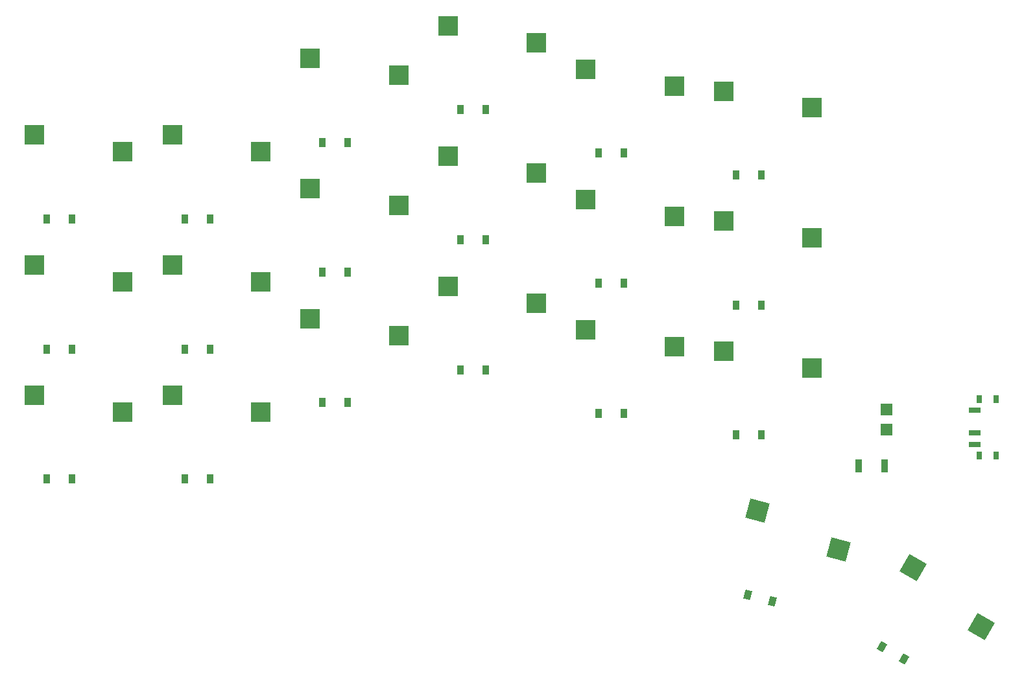
<source format=gbr>
%TF.GenerationSoftware,KiCad,Pcbnew,(7.0.0-0)*%
%TF.CreationDate,2023-02-19T20:14:33+01:00*%
%TF.ProjectId,karlkb_6x3,6b61726c-6b62-45f3-9678-332e6b696361,v0.1*%
%TF.SameCoordinates,Original*%
%TF.FileFunction,Paste,Bot*%
%TF.FilePolarity,Positive*%
%FSLAX46Y46*%
G04 Gerber Fmt 4.6, Leading zero omitted, Abs format (unit mm)*
G04 Created by KiCad (PCBNEW (7.0.0-0)) date 2023-02-19 20:14:33*
%MOMM*%
%LPD*%
G01*
G04 APERTURE LIST*
G04 Aperture macros list*
%AMRotRect*
0 Rectangle, with rotation*
0 The origin of the aperture is its center*
0 $1 length*
0 $2 width*
0 $3 Rotation angle, in degrees counterclockwise*
0 Add horizontal line*
21,1,$1,$2,0,0,$3*%
G04 Aperture macros list end*
%ADD10R,2.600000X2.600000*%
%ADD11RotRect,2.600000X2.600000X345.000000*%
%ADD12RotRect,2.600000X2.600000X330.000000*%
%ADD13R,0.900000X1.200000*%
%ADD14RotRect,0.900000X1.200000X345.000000*%
%ADD15RotRect,0.900000X1.200000X330.000000*%
%ADD16R,1.500000X1.500000*%
%ADD17R,1.500000X0.700000*%
%ADD18R,0.800000X1.000000*%
%ADD19R,0.900000X1.700000*%
G04 APERTURE END LIST*
D10*
%TO.C,S1*%
X146724999Y-144049999D03*
X158274999Y-146249999D03*
%TD*%
%TO.C,S2*%
X146724999Y-127049999D03*
X158274999Y-129249999D03*
%TD*%
%TO.C,S3*%
X146724999Y-110049999D03*
X158274999Y-112249999D03*
%TD*%
%TO.C,S4*%
X164724999Y-144049999D03*
X176274999Y-146249999D03*
%TD*%
%TO.C,S5*%
X164724999Y-127049999D03*
X176274999Y-129249999D03*
%TD*%
%TO.C,S6*%
X164724999Y-110049999D03*
X176274999Y-112249999D03*
%TD*%
%TO.C,S7*%
X182724999Y-134049999D03*
X194274999Y-136249999D03*
%TD*%
%TO.C,S8*%
X182724999Y-117049999D03*
X194274999Y-119249999D03*
%TD*%
%TO.C,S9*%
X182724999Y-100049999D03*
X194274999Y-102249999D03*
%TD*%
%TO.C,S10*%
X200724999Y-129799999D03*
X212274999Y-131999999D03*
%TD*%
%TO.C,S11*%
X200724999Y-112799999D03*
X212274999Y-114999999D03*
%TD*%
%TO.C,S12*%
X200724999Y-95799999D03*
X212274999Y-97999999D03*
%TD*%
%TO.C,S13*%
X218724999Y-135466666D03*
X230274999Y-137666666D03*
%TD*%
%TO.C,S14*%
X218724999Y-118466666D03*
X230274999Y-120666666D03*
%TD*%
%TO.C,S15*%
X218724999Y-101466666D03*
X230274999Y-103666666D03*
%TD*%
%TO.C,S16*%
X236724999Y-138299999D03*
X248274999Y-140499999D03*
%TD*%
%TO.C,S17*%
X236724999Y-121299999D03*
X248274999Y-123499999D03*
%TD*%
%TO.C,S18*%
X236724999Y-104299999D03*
X248274999Y-106499999D03*
%TD*%
D11*
%TO.C,S19*%
X241149844Y-159089962D03*
X251736886Y-164204359D03*
%TD*%
D12*
%TO.C,S20*%
X261449644Y-166573027D03*
X270352237Y-174253283D03*
%TD*%
D13*
%TO.C,D1*%
X151649999Y-154999999D03*
X148349999Y-154999999D03*
%TD*%
%TO.C,D2*%
X151649999Y-137999999D03*
X148349999Y-137999999D03*
%TD*%
%TO.C,D3*%
X151649999Y-120999999D03*
X148349999Y-120999999D03*
%TD*%
%TO.C,D4*%
X169649999Y-154999999D03*
X166349999Y-154999999D03*
%TD*%
%TO.C,D5*%
X169649999Y-137999999D03*
X166349999Y-137999999D03*
%TD*%
%TO.C,D6*%
X169649999Y-120999999D03*
X166349999Y-120999999D03*
%TD*%
%TO.C,D7*%
X187649999Y-144999999D03*
X184349999Y-144999999D03*
%TD*%
%TO.C,D8*%
X187649999Y-127999999D03*
X184349999Y-127999999D03*
%TD*%
%TO.C,D9*%
X187649999Y-110999999D03*
X184349999Y-110999999D03*
%TD*%
%TO.C,D10*%
X205649999Y-140749999D03*
X202349999Y-140749999D03*
%TD*%
%TO.C,D11*%
X205649999Y-123749999D03*
X202349999Y-123749999D03*
%TD*%
%TO.C,D12*%
X205649999Y-106749999D03*
X202349999Y-106749999D03*
%TD*%
%TO.C,D13*%
X223649999Y-146416666D03*
X220349999Y-146416666D03*
%TD*%
%TO.C,D14*%
X223649999Y-129416666D03*
X220349999Y-129416666D03*
%TD*%
%TO.C,D15*%
X223649999Y-112416666D03*
X220349999Y-112416666D03*
%TD*%
%TO.C,D16*%
X241649999Y-149249999D03*
X238349999Y-149249999D03*
%TD*%
%TO.C,D17*%
X241649999Y-132249999D03*
X238349999Y-132249999D03*
%TD*%
%TO.C,D18*%
X241649999Y-115249999D03*
X238349999Y-115249999D03*
%TD*%
D14*
%TO.C,D19*%
X243072961Y-170941533D03*
X239885405Y-170087431D03*
%TD*%
D15*
%TO.C,D20*%
X260239819Y-178518505D03*
X257381935Y-176868505D03*
%TD*%
D16*
%TO.C,PAD1*%
X257999999Y-145949999D03*
%TD*%
%TO.C,PAD2*%
X257999999Y-148549999D03*
%TD*%
D17*
%TO.C,_3*%
X269469999Y-145999999D03*
X269469999Y-148999999D03*
X269469999Y-150499999D03*
D18*
X272329999Y-144599999D03*
X272329999Y-151899999D03*
X270119999Y-151899999D03*
X270119999Y-144599999D03*
%TD*%
D19*
%TO.C,_4_B*%
X254299999Y-153249999D03*
X257699999Y-153249999D03*
%TD*%
M02*

</source>
